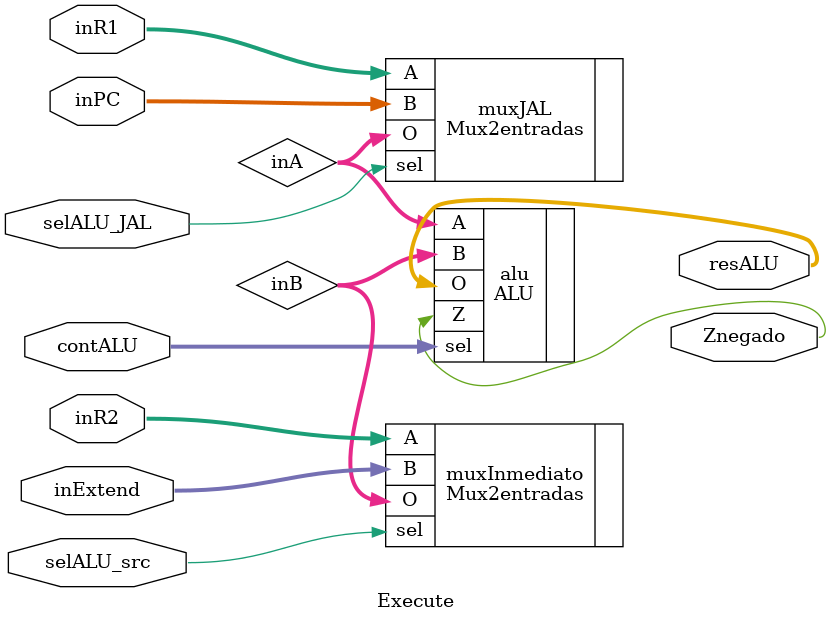
<source format=v>
`timescale 1ns / 1ps
/*
- Objetivo del módulo
Se encarga de hacer las operaciones aritmético lógicas y se encarga de cual valor poner en las entradas de la ALU

- Entradas
inR1: Valor del registro R1
inR2: Valor del registro R2
inPC: Valor del PC
inExtend: Valor proveniente de la salida del bloque entend
selALU_JAL: Señal de control para el mux que selecciona enre el PC y el valor de R1
selALU_src: Señal de control para el mux que selecciona entre el valor de R2 y el inmediato
contALU: Señal de control que indica la operación de la ALU a realizar

- Salidas
resALU: Resultado de la ALU
Znegado: Flag que se activa cuando el resultado es diferente de cero

*/

module Execute(inR1, inR2, inPC, inExtend, selALU_JAL, selALU_src, contALU, resALU, Znegado
   );
	
	input [31:0] inR1, inR2, inPC, inExtend; // Entradas para las operaciones de la ALU
	input selALU_JAL, selALU_src;  // Senial de control de los muxes
	input [2:0] contALU;  // Controla las operaciones de la ALU
	output [31:0] resALU; // Resultados de la ALU
	output Znegado; //

	wire [31:0] inA, inB;  // Entradas que van conectadas al mux2 y a la ALU

	Mux2entradas muxJAL ( // Mux que selecciona entre PC y el valor de R2
		.A(inR1), 
		.B(inPC),
		.O(inA), 
		.sel(selALU_JAL)
	);
	
	Mux2entradas muxInmediato ( // Mux que selecciona entre el valor de R2 y el inmediato
		.A(inR2), 
		.B(inExtend),
		.O(inB), 
		.sel(selALU_src)
	);
	
	ALU alu ( // ALU
		.A(inA), 
		.B(inB), 
		.O(resALU),
		.sel(contALU),
		.Z(Znegado)
	);

endmodule

</source>
